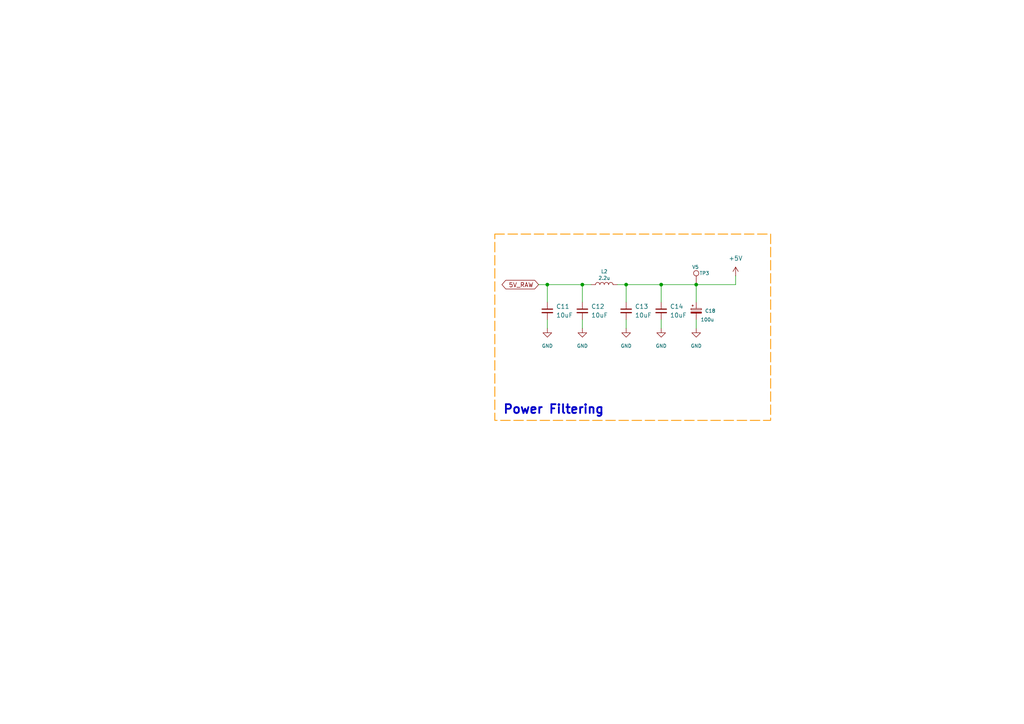
<source format=kicad_sch>
(kicad_sch (version 20250114) (generator "eeschema") (generator_version "9.0")
  (paper "A4")
  (lib_symbols
    (symbol "Connector:TestPoint" (pin_numbers (hide yes)) (pin_names (offset 0.762) (hide yes))
      (property "Reference" "TP" (at 0 6.858 0))
      (property "Value" "TestPoint" (at 0 5.08 0))
      (symbol "TestPoint_0_1"
        (circle (center 0 3.302) (radius 0.762))
      )
      (symbol "TestPoint_1_1"
        (pin passive line (at 0 0 90) (length 2.54) (name "1") (number "1"))
      )
    )
    (symbol "Device:C_Polarized_Small" (pin_numbers (hide yes)) (pin_names (offset 0.254) (hide yes))
      (property "Reference" "C" (at 0.254 1.778 0))
      (property "Value" "C_Polarized_Small" (at 0.254 -2.032 0))
      (symbol "C_Polarized_Small_0_1"
        (rectangle (start -1.524 0.6858) (end 1.524 0.3048))
        (rectangle (start -1.524 -0.3048) (end 1.524 -0.6858) (fill (type outline)))
        (polyline (pts (xy -1.27 1.524) (xy -0.762 1.524)))
        (polyline (pts (xy -1.016 1.27) (xy -1.016 1.778)))
      )
      (symbol "C_Polarized_Small_1_1"
        (pin passive line (at 0 2.54 270) (length 1.8542) (name "~") (number "1"))
        (pin passive line (at 0 -2.54 90) (length 1.8542) (name "~") (number "2"))
      )
    )
    (symbol "Device:C_Small" (pin_numbers (hide yes)) (pin_names (offset 0.254) (hide yes))
      (property "Reference" "C" (at 0.254 1.778 0))
      (property "Value" "C_Small" (at 0.254 -2.032 0))
      (symbol "C_Small_0_1"
        (polyline (pts (xy -1.524 0.508) (xy 1.524 0.508)) (stroke (width 0.3048)))
        (polyline (pts (xy -1.524 -0.508) (xy 1.524 -0.508)) (stroke (width 0.3302)))
      )
      (symbol "C_Small_1_1"
        (pin passive line (at 0 2.54 270) (length 2.032) (name "~") (number "1"))
        (pin passive line (at 0 -2.54 90) (length 2.032) (name "~") (number "2"))
      )
    )
    (symbol "Device:L" (pin_numbers (hide yes)) (pin_names (offset 1.016) (hide yes))
      (property "Reference" "L" (at -1.27 0 90))
      (property "Value" "L" (at 1.905 0 90))
      (symbol "L_0_1"
        (arc (start 0 2.54) (mid 0.6323 1.905) (end 0 1.27))
        (arc (start 0 1.27) (mid 0.6323 0.635) (end 0 0))
        (arc (start 0 0) (mid 0.6323 -0.635) (end 0 -1.27))
        (arc (start 0 -1.27) (mid 0.6323 -1.905) (end 0 -2.54))
      )
      (symbol "L_1_1"
        (pin passive line (at 0 3.81 270) (length 1.27) (name "1") (number "1"))
        (pin passive line (at 0 -3.81 90) (length 1.27) (name "2") (number "2"))
      )
    )
    (symbol "power:+5V" (power) (pin_numbers (hide yes)) (pin_names (offset 0) (hide yes))
      (property "Value" "+5V" (at 0 3.556 0))
      (symbol "+5V_0_1"
        (polyline (pts (xy -0.762 1.27) (xy 0 2.54)))
        (polyline (pts (xy 0 2.54) (xy 0.762 1.27)))
        (polyline (pts (xy 0 0) (xy 0 2.54)))
      )
      (symbol "+5V_1_1"
        (pin power_in line (at 0 0 90) (length 0) (name "~") (number "1"))
      )
    )
    (symbol "power:GND" (power) (pin_numbers (hide yes)) (pin_names (offset 0) (hide yes))
      (property "Value" "GND" (at 0 -3.81 0))
      (symbol "GND_0_1"
        (polyline (pts (xy 0 0) (xy 0 -1.27) (xy 1.27 -1.27) (xy 0 -2.54) (xy -1.27 -1.27) (xy 0 -1.27)))
      )
      (symbol "GND_1_1"
        (pin power_in line (at 0 0 270) (length 0) (name "~") (number "1"))
      )
    )
  )
  (rectangle (start 143.51 67.9) (end 223.52 121.92) (stroke (width 0.254) (type dash) (color 255 153 0 1)))
  (text "Power Filtering" (at 145.796 118.872 0) (effects (font (size 2.54 2.54) (thickness 0.508) (bold yes)) (justify left)))
  (junction (at 201.93 82.55))
  (junction (at 168.91 82.55))
  (junction (at 158.75 82.55))
  (junction (at 181.61 82.55))
  (junction (at 191.77 82.55))
  (wire (pts (xy 158.75 82.55) (xy 158.75 87.63)))
  (wire (pts (xy 181.61 92.71) (xy 181.61 95.25)))
  (wire (pts (xy 201.93 95.25) (xy 201.93 92.71)))
  (wire (pts (xy 181.61 82.55) (xy 191.77 82.55)))
  (wire (pts (xy 201.93 87.63) (xy 201.93 82.55)))
  (wire (pts (xy 168.91 87.63) (xy 168.91 82.55)))
  (wire (pts (xy 158.75 82.55) (xy 168.91 82.55)))
  (wire (pts (xy 181.61 82.55) (xy 181.61 87.63)))
  (wire (pts (xy 158.75 92.71) (xy 158.75 95.25)))
  (wire (pts (xy 191.77 87.63) (xy 191.77 82.55)))
  (wire (pts (xy 191.77 82.55) (xy 201.93 82.55)))
  (wire (pts (xy 179.07 82.55) (xy 181.61 82.55)))
  (wire (pts (xy 168.91 92.71) (xy 168.91 95.25)))
  (wire (pts (xy 213.36 82.55) (xy 213.36 80.01)))
  (wire (pts (xy 201.93 82.55) (xy 213.36 82.55)))
  (wire (pts (xy 156.21 82.55) (xy 158.75 82.55)))
  (wire (pts (xy 168.91 82.55) (xy 171.45 82.55)))
  (wire (pts (xy 191.77 92.71) (xy 191.77 95.25)))
  (global_label "5V_RAW" (shape bidirectional) (at 156.21 82.55 180) (property "Intersheetrefs" "${INTERSHEET_REFS}" (at 145.0378 82.55 0) (effects (justify right))))
  (symbol (lib_id "power:+5V") (at 213.36 80.01 0) (unit 1)
    (property "Reference" "#PWR07" (effects (hide yes)))
    (property "Value" "+5V" (at 213.36 74.93 0))
    (property "Description" "Power symbol creates a global label with name \"+5V\"" (effects (hide yes)))
  )
  (symbol (lib_id "power:GND") (at 168.91 95.25 0) (unit 1)
    (property "Reference" "#PWR017" (effects (hide yes)))
    (property "Value" "GND" (at 168.91 100.33 0) (effects (font (size 1 1))))
  )
  (symbol (lib_id "power:GND") (at 191.77 95.25 0) (unit 1)
    (property "Reference" "#PWR026" (effects (hide yes)))
    (property "Value" "GND" (at 191.77 100.33 0) (effects (font (size 1 1))))
  )
  (symbol (lib_id "power:GND") (at 158.75 95.25 0) (unit 1)
    (property "Reference" "#PWR016" (effects (hide yes)))
    (property "Value" "GND" (at 158.75 100.33 0) (effects (font (size 1 1))))
  )
  (symbol (lib_id "Device:L") (at 175.26 82.55 90) (unit 1)
    (property "Reference" "L2" (at 175.26 78.74 90) (effects (font (size 1 1))))
    (property "Value" "2.2u" (at 175.26 80.645 90) (effects (font (size 1 1))))
    (property "Footprint" "Inductor_SMD:L_Sunlord_MWSA0402S" (effects (hide yes)))
    (property "Datasheet" "https://jlcpcb.com/api/file/downloadByFileSystemAccessId/8552174640249257984" (effects (hide yes)))
    (property "Description" "4.5A 2.2uH ±20% 5A SMD,4.4x4.2mm Power Inductors" (effects (hide yes)))
    (property "MN" "Sunlord" (effects (hide yes)))
    (property "MPN" "MWSA0402S-2R2MT" (effects (hide yes)))
    (property "JLCPCB" "C408335" (effects (hide yes)))
    (property "LCSC" "C408335" (effects (hide yes)))
    (property "Mouser" "673-PA4332222NLT" (effects (hide yes)))
    (property "Digikey" "553-3290-2-ND" (effects (hide yes)))
  )
  (symbol (lib_id "Device:C_Small") (at 168.91 90.17 0) (unit 1)
    (property "Reference" "C12" (at 171.45 88.9 0) (effects (justify left)))
    (property "Value" "10uF" (at 171.45 91.44 0) (effects (justify left)))
    (property "Footprint" "Capacitor_SMD:C_0603_1608Metric" (effects (hide yes)))
    (property "Datasheet" "https://mm.digikey.com/Volume0/opasdata/d220001/medias/docus/43/CL10A106MO8NQNC_Spec.pdf" (effects (hide yes)))
    (property "Description" "CAP CER 10UF 16V X5R 0603" (effects (hide yes)))
    (property "MF" "Samsung" (effects (hide yes)))
    (property "MPN" "CL10A106MO8NQNC" (effects (hide yes)))
    (property "LCSC" "C92487" (effects (hide yes)))
    (property "Digikey" "1276-1870-2-ND" (effects (hide yes)))
    (property "Mouser" "187-CL10A106MO8NQNC" (effects (hide yes)))
  )
  (symbol (lib_id "Device:C_Polarized_Small") (at 201.93 90.17 0) (unit 1)
    (property "Reference" "C18" (at 204.47 90.17 0) (effects (font (size 1 1)) (justify left)))
    (property "Value" "100u" (at 203.2 92.71 0) (effects (font (size 1 1)) (justify left)))
    (property "Footprint" "Capacitor_SMD:CP_Elec_6.3x7.7" (effects (hide yes)))
    (property "Datasheet" "https://www.nichicon.co.jp/english/series_items/catalog_pdf/e-uwt.pdf" (effects (hide yes)))
    (property "Description" "100uF 35V ±20% SMD,D6.3xL7.7mm Aluminum Electrolytic Capacitors" (effects (hide yes)))
    (property "JLCPCB" "C3339" (effects (hide yes)))
    (property "LCSC" "C3339" (effects (hide yes)))
    (property "Mouser" "647-UWT1V101MCL1S" (effects (hide yes)))
    (property "Digikey" "493-2203-2-ND" (effects (hide yes)))
    (property "Notes" "35V/Aluminum" (effects (hide yes)))
  )
  (symbol (lib_id "power:GND") (at 181.61 95.25 0) (unit 1)
    (property "Reference" "#PWR023" (effects (hide yes)))
    (property "Value" "GND" (at 181.61 100.33 0) (effects (font (size 1 1))))
  )
  (symbol (lib_id "Device:C_Small") (at 191.77 90.17 0) (unit 1)
    (property "Reference" "C14" (at 194.31 88.9 0) (effects (justify left)))
    (property "Value" "10uF" (at 194.31 91.44 0) (effects (justify left)))
    (property "Footprint" "Capacitor_SMD:C_0603_1608Metric" (effects (hide yes)))
    (property "Datasheet" "https://mm.digikey.com/Volume0/opasdata/d220001/medias/docus/43/CL10A106MO8NQNC_Spec.pdf" (effects (hide yes)))
    (property "Description" "CAP CER 10UF 16V X5R 0603" (effects (hide yes)))
    (property "MF" "Samsung" (effects (hide yes)))
    (property "MPN" "CL10A106MO8NQNC" (effects (hide yes)))
    (property "LCSC" "C92487" (effects (hide yes)))
    (property "Digikey" "1276-1870-2-ND" (effects (hide yes)))
    (property "Mouser" "187-CL10A106MO8NQNC" (effects (hide yes)))
  )
  (symbol (lib_id "Device:C_Small") (at 181.61 90.17 0) (unit 1)
    (property "Reference" "C13" (at 184.15 88.9 0) (effects (justify left)))
    (property "Value" "10uF" (at 184.15 91.44 0) (effects (justify left)))
    (property "Footprint" "Capacitor_SMD:C_0603_1608Metric" (effects (hide yes)))
    (property "Datasheet" "https://mm.digikey.com/Volume0/opasdata/d220001/medias/docus/43/CL10A106MO8NQNC_Spec.pdf" (effects (hide yes)))
    (property "Description" "CAP CER 10UF 16V X5R 0603" (effects (hide yes)))
    (property "MF" "Samsung" (effects (hide yes)))
    (property "MPN" "CL10A106MO8NQNC" (effects (hide yes)))
    (property "LCSC" "C92487" (effects (hide yes)))
    (property "Digikey" "1276-1870-2-ND" (effects (hide yes)))
    (property "Mouser" "187-CL10A106MO8NQNC" (effects (hide yes)))
  )
  (symbol (lib_id "power:GND") (at 201.93 95.25 0) (unit 1)
    (property "Reference" "#PWR034" (effects (hide yes)))
    (property "Value" "GND" (at 201.93 100.33 0) (effects (font (size 1 1))))
  )
  (symbol (lib_id "Device:C_Small") (at 158.75 90.17 0) (unit 1)
    (property "Reference" "C11" (at 161.29 88.9 0) (effects (justify left)))
    (property "Value" "10uF" (at 161.29 91.44 0) (effects (justify left)))
    (property "Footprint" "Capacitor_SMD:C_0603_1608Metric" (effects (hide yes)))
    (property "Datasheet" "https://mm.digikey.com/Volume0/opasdata/d220001/medias/docus/43/CL10A106MO8NQNC_Spec.pdf" (effects (hide yes)))
    (property "Description" "CAP CER 10UF 16V X5R 0603" (effects (hide yes)))
    (property "MF" "Samsung" (effects (hide yes)))
    (property "MPN" "CL10A106MO8NQNC" (effects (hide yes)))
    (property "LCSC" "C92487" (effects (hide yes)))
    (property "Digikey" "1276-1870-2-ND" (effects (hide yes)))
    (property "Mouser" "187-CL10A106MO8NQNC" (effects (hide yes)))
  )
  (symbol (lib_id "Connector:TestPoint") (at 201.93 82.55 0) (mirror y) (unit 1)
    (property "Reference" "TP3" (at 205.74 79.248 0) (effects (font (size 1 1)) (justify left)))
    (property "Value" "V5" (at 202.692 77.47 0) (effects (font (size 1 1)) (justify left)))
    (property "Footprint" "TestPoint:TestPoint_Pad_D2.0mm" (effects (hide yes)))
    (property "Description" "test point" (effects (hide yes)))
  )
)
</source>
